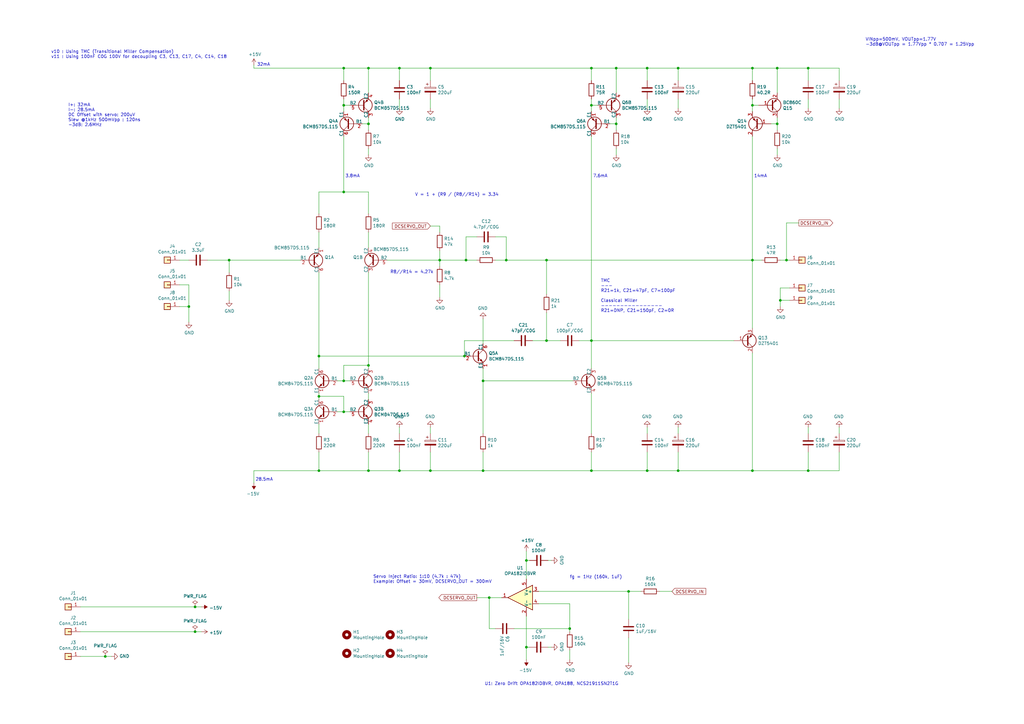
<source format=kicad_sch>
(kicad_sch (version 20231120) (generator "eeschema") (generator_version "8.0")
  (paper "A3")
  (title_block (title "Discrete Pre-Amp") (date "2024-08-11") (rev "V11 Servo"))
  (lib_symbols
    (symbol "Amplifier_Operational:OPA188xxDBV" (pin_names (offset 0.127))
      (property "Reference" "U" (at 0 5.08 0))
      (property "Value" "OPA188xxDBV" (at 0 -5.08 0))
      (symbol "OPA188xxDBV_0_1"
        (polyline (pts (xy -5.08 5.08) (xy 5.08 0) (xy -5.08 -5.08) (xy -5.08 5.08)) (stroke (width 0.254)) (fill (type background)))
        (pin power_in line (at -2.54 -7.62 90) (length 3.81) (name "V-") (number "2"))
        (pin power_in line (at -2.54 7.62 270) (length 3.81) (name "V+") (number "5"))
      )
      (symbol "OPA188xxDBV_1_1"
        (pin output line (at 7.62 0 180) (length 2.54) (name "~") (number "1"))
        (pin input line (at -7.62 2.54 0) (length 2.54) (name "+") (number "3"))
        (pin input line (at -7.62 -2.54 0) (length 2.54) (name "-") (number "4"))
      )
    )
    (symbol "Connector_Generic:Conn_01x01" (pin_names (offset 1.016) hide)
      (property "Reference" "J" (at 0 2.54 0))
      (property "Value" "Conn_01x01" (at 0 -2.54 0))
      (symbol "Conn_01x01_1_1"
        (rectangle (start -1.27 0.127) (end 0 -0.127) (stroke (width 0.1524)))
        (rectangle (start -1.27 1.27) (end 1.27 -1.27) (stroke (width 0.254)) (fill (type background)))
        (pin passive line (at -5.08 0 0) (length 3.81) (name "Pin_1") (number "1"))
      )
    )
    (symbol "Device:C" (pin_numbers hide) (pin_names (offset 0.254))
      (property "Reference" "C" (at 0.635 2.54 0))
      (property "Value" "C" (at 0.635 -2.54 0))
      (symbol "C_0_1"
        (polyline (pts (xy -2.032 -0.762) (xy 2.032 -0.762)) (stroke (width 0.508)))
        (polyline (pts (xy -2.032 0.762) (xy 2.032 0.762)) (stroke (width 0.508)))
      )
      (symbol "C_1_1"
        (pin passive line (at 0 3.81 270) (length 2.794) (name "~") (number "1"))
        (pin passive line (at 0 -3.81 90) (length 2.794) (name "~") (number "2"))
      )
    )
    (symbol "Device:C_Polarized" (pin_numbers hide) (pin_names (offset 0.254))
      (property "Reference" "C" (at 0.635 2.54 0))
      (property "Value" "C_Polarized" (at 0.635 -2.54 0))
      (symbol "C_Polarized_0_1"
        (rectangle (start -2.286 0.508) (end 2.286 1.016))
        (polyline (pts (xy -1.778 2.286) (xy -0.762 2.286)))
        (polyline (pts (xy -1.27 2.794) (xy -1.27 1.778)))
        (rectangle (start 2.286 -0.508) (end -2.286 -1.016) (fill (type outline)))
      )
      (symbol "C_Polarized_1_1"
        (pin passive line (at 0 3.81 270) (length 2.794) (name "~") (number "1"))
        (pin passive line (at 0 -3.81 90) (length 2.794) (name "~") (number "2"))
      )
    )
    (symbol "Device:R" (pin_numbers hide) (pin_names (offset 0))
      (property "Reference" "R" (at 2.032 0 90))
      (property "Value" "R" (at 0 0 90))
      (symbol "R_0_1"
        (rectangle (start -1.016 -2.54) (end 1.016 2.54) (stroke (width 0.254)))
      )
      (symbol "R_1_1"
        (pin passive line (at 0 3.81 270) (length 1.27) (name "~") (number "1"))
        (pin passive line (at 0 -3.81 90) (length 1.27) (name "~") (number "2"))
      )
    )
    (symbol "Mechanical:MountingHole" (pin_names (offset 1.016))
      (property "Reference" "H" (at 0 5.08 0))
      (property "Value" "MountingHole" (at 0 3.175 0))
      (symbol "MountingHole_0_1"
        (circle (center 0 0) (radius 1.27) (stroke (width 1.27)))
      )
    )
    (symbol "Transistor_BJT:BC860" (pin_names (offset 0) hide)
      (property "Reference" "Q" (at 5.08 1.905 0))
      (property "Value" "BC860" (at 5.08 0 0))
      (symbol "BC860_0_1"
        (polyline (pts (xy 0.635 0.635) (xy 2.54 2.54)))
        (polyline (pts (xy 0.635 -0.635) (xy 2.54 -2.54) (xy 2.54 -2.54)))
        (polyline (pts (xy 0.635 1.905) (xy 0.635 -1.905) (xy 0.635 -1.905)) (stroke (width 0.508)))
        (polyline (pts (xy 2.286 -1.778) (xy 1.778 -2.286) (xy 1.27 -1.27) (xy 2.286 -1.778) (xy 2.286 -1.778)) (fill (type outline)))
        (circle (center 1.27 0) (radius 2.8194) (stroke (width 0.254)))
      )
      (symbol "BC860_1_1"
        (pin input line (at -5.08 0 0) (length 5.715) (name "B") (number "1"))
        (pin passive line (at 2.54 -5.08 90) (length 2.54) (name "E") (number "2"))
        (pin passive line (at 2.54 5.08 270) (length 2.54) (name "C") (number "3"))
      )
    )
    (symbol "kicad-snk:BCM847DS,115" (pin_names (offset 0))
      (property "Reference" "Q" (at 5.08 1.27 0))
      (property "Value" "BCM847DS,115" (at 5.08 -1.27 0))
      (symbol "BCM847DS,115_0_1"
        (polyline (pts (xy 0.635 0) (xy -2.54 0)))
        (polyline (pts (xy 0.635 0.635) (xy 2.54 2.54)))
        (polyline (pts (xy 0.635 -0.635) (xy 2.54 -2.54) (xy 2.54 -2.54)))
        (polyline (pts (xy 0.635 1.905) (xy 0.635 -1.905) (xy 0.635 -1.905)) (stroke (width 0.508)))
        (polyline (pts (xy 1.27 -1.778) (xy 1.778 -1.27) (xy 2.286 -2.286) (xy 1.27 -1.778) (xy 1.27 -1.778)) (fill (type outline)))
        (circle (center 1.27 0) (radius 2.8194) (stroke (width 0.254)))
      )
      (symbol "BCM847DS,115_1_1"
        (pin passive line (at 2.54 -5.08 90) (length 2.54) (name "E1") (number "1"))
        (pin input line (at -5.08 0 0) (length 2.54) (name "B1") (number "2"))
        (pin passive line (at 2.54 5.08 270) (length 2.54) (name "C1") (number "6"))
      )
      (symbol "BCM847DS,115_2_1"
        (pin passive line (at 2.54 5.08 270) (length 2.54) (name "C2") (number "3"))
        (pin passive line (at 2.54 -5.08 90) (length 2.54) (name "E2") (number "4"))
        (pin input line (at -5.08 0 0) (length 2.54) (name "B2") (number "5"))
      )
    )
    (symbol "kicad-snk:BCM857DS,115" (pin_names (offset 0))
      (property "Reference" "Q" (at 5.08 1.27 0))
      (property "Value" "BCM857DS,115" (at 5.08 -1.27 0))
      (symbol "BCM857DS,115_0_1"
        (polyline (pts (xy 0.635 0) (xy -2.54 0)))
        (polyline (pts (xy 0.635 0.635) (xy 2.54 2.54)))
        (polyline (pts (xy 0.635 -0.635) (xy 2.54 -2.54) (xy 2.54 -2.54)))
        (polyline (pts (xy 0.635 1.905) (xy 0.635 -1.905) (xy 0.635 -1.905)) (stroke (width 0.508)))
        (polyline (pts (xy 2.286 -1.778) (xy 1.778 -2.286) (xy 1.27 -1.27) (xy 2.286 -1.778) (xy 2.286 -1.778)) (fill (type outline)))
        (circle (center 1.27 0) (radius 2.8194) (stroke (width 0.254)))
      )
      (symbol "BCM857DS,115_1_1"
        (pin passive line (at 2.54 -5.08 90) (length 2.54) (name "E1") (number "1"))
        (pin input line (at -5.08 0 0) (length 2.54) (name "B1") (number "2"))
        (pin passive line (at 2.54 5.08 270) (length 2.54) (name "C1") (number "6"))
      )
      (symbol "BCM857DS,115_2_1"
        (pin passive line (at 2.54 5.08 270) (length 2.54) (name "C2") (number "3"))
        (pin passive line (at 2.54 -5.08 90) (length 2.54) (name "E2") (number "4"))
        (pin input line (at -5.08 0 0) (length 2.54) (name "B2") (number "5"))
      )
    )
    (symbol "kicad-snk:DZT5401" (pin_names (offset 0) hide)
      (property "Reference" "Q" (at 5.08 1.905 0))
      (property "Value" "kicad-snk_DZT5401" (at 5.08 0 0))
      (symbol "DZT5401_0_1"
        (polyline (pts (xy 0.635 0.635) (xy 2.54 2.54)))
        (polyline (pts (xy 0.635 -0.635) (xy 2.54 -2.54) (xy 2.54 -2.54)))
        (polyline (pts (xy 0.635 1.905) (xy 0.635 -1.905) (xy 0.635 -1.905)) (stroke (width 0.508)))
        (polyline (pts (xy 2.286 -1.778) (xy 1.778 -2.286) (xy 1.27 -1.27) (xy 2.286 -1.778) (xy 2.286 -1.778)) (fill (type outline)))
        (circle (center 1.27 0) (radius 2.8194) (stroke (width 0.254)))
      )
      (symbol "DZT5401_1_1"
        (pin input line (at -5.08 0 0) (length 5.715) (name "B") (number "1"))
        (pin passive line (at 2.54 5.08 270) (length 2.54) (name "C") (number "2"))
        (pin passive line (at 2.54 -5.08 90) (length 2.54) (name "E") (number "3"))
      )
    )
    (symbol "power:+15V" (power) (pin_names (offset 0))
      (property "Value" "+15V" (at 0 3.556 0))
      (symbol "+15V_0_1"
        (polyline (pts (xy -0.762 1.27) (xy 0 2.54)))
        (polyline (pts (xy 0 0) (xy 0 2.54)))
        (polyline (pts (xy 0 2.54) (xy 0.762 1.27)))
      )
      (symbol "+15V_1_1"
        (pin power_in line (at 0 0 90) (length 0) hide (name "+15V") (number "1"))
      )
    )
    (symbol "power:-15V" (power) (pin_names (offset 0))
      (property "Value" "-15V" (at 0 3.81 0))
      (symbol "-15V_0_0"
        (pin power_in line (at 0 0 90) (length 0) hide (name "-15V") (number "1"))
      )
      (symbol "-15V_0_1"
        (polyline (pts (xy 0 0) (xy 0 1.27) (xy 0.762 1.27) (xy 0 2.54) (xy -0.762 1.27) (xy 0 1.27)) (fill (type outline)))
      )
    )
    (symbol "power:GND" (power) (pin_names (offset 0))
      (property "Value" "GND" (at 0 -3.81 0))
      (symbol "GND_0_1"
        (polyline (pts (xy 0 0) (xy 0 -1.27) (xy 1.27 -1.27) (xy 0 -2.54) (xy -1.27 -1.27) (xy 0 -1.27)))
      )
      (symbol "GND_1_1"
        (pin power_in line (at 0 0 270) (length 0) hide (name "GND") (number "1"))
      )
    )
    (symbol "power:PWR_FLAG" (power) (pin_numbers hide) (pin_names (offset 0) hide)
      (property "Value" "PWR_FLAG" (at 0 3.81 0))
      (symbol "PWR_FLAG_0_0"
        (pin power_out line (at 0 0 90) (length 0) (name "pwr") (number "1"))
      )
      (symbol "PWR_FLAG_0_1"
        (polyline (pts (xy 0 0) (xy 0 1.27) (xy -1.016 1.905) (xy 0 2.54) (xy 1.016 1.905) (xy 0 1.27)))
      )
    )
  )
  (junction (at 140.97 43.18))
  (junction (at 163.83 193.04))
  (junction (at 140.97 168.91))
  (junction (at 80.01 248.92))
  (junction (at 140.97 156.21))
  (junction (at 224.155 139.7))
  (junction (at 252.73 27.94))
  (junction (at 151.13 149.86))
  (junction (at 80.01 259.08))
  (junction (at 320.04 123.19))
  (junction (at 252.73 50.8))
  (junction (at 318.77 50.8))
  (junction (at 130.81 162.56))
  (junction (at 93.98 106.68))
  (junction (at 198.12 156.21))
  (junction (at 322.58 106.68))
  (junction (at 140.97 27.94))
  (junction (at 224.155 106.68))
  (junction (at 176.53 27.94))
  (junction (at 308.61 106.68))
  (junction (at 242.57 27.94))
  (junction (at 242.57 193.04))
  (junction (at 198.12 193.04))
  (junction (at 265.43 193.04))
  (junction (at 207.645 106.68))
  (junction (at 318.77 27.94))
  (junction (at 151.13 193.04))
  (junction (at 242.57 139.7))
  (junction (at 163.83 27.94))
  (junction (at 278.13 193.04))
  (junction (at 265.43 27.94))
  (junction (at 215.9 265.43))
  (junction (at 130.81 193.04))
  (junction (at 215.9 229.87))
  (junction (at 77.47 125.73))
  (junction (at 233.68 257.81))
  (junction (at 151.13 27.94))
  (junction (at 308.61 27.94))
  (junction (at 190.5 146.05))
  (junction (at 140.97 78.74))
  (junction (at 130.81 146.05))
  (junction (at 43.18 269.24))
  (junction (at 151.13 50.8))
  (junction (at 257.81 242.57))
  (junction (at 200.66 245.11))
  (junction (at 331.47 193.04))
  (junction (at 176.53 193.04))
  (junction (at 242.57 43.18))
  (junction (at 191.135 106.68))
  (junction (at 278.13 27.94))
  (junction (at 331.47 27.94))
  (junction (at 308.61 193.04))
  (junction (at 308.61 43.18))
  (junction (at 180.34 106.68))
  (wire (pts (xy 323.85 106.68) (xy 322.58 106.68)))
  (wire (pts (xy 33.02 259.08) (xy 80.01 259.08)))
  (wire (pts (xy 190.5 139.7) (xy 210.82 139.7)))
  (wire (pts (xy 77.47 116.84) (xy 77.47 125.73)))
  (wire (pts (xy 327.66 91.44) (xy 322.58 91.44)))
  (wire (pts (xy 237.49 139.7) (xy 242.57 139.7)))
  (wire (pts (xy 233.68 266.7) (xy 233.68 270.51)))
  (wire (pts (xy 278.13 177.8) (xy 278.13 175.26)))
  (wire (pts (xy 180.34 106.68) (xy 191.135 106.68)))
  (wire (pts (xy 203.2 257.81) (xy 200.66 257.81)))
  (wire (pts (xy 242.57 185.42) (xy 242.57 193.04)))
  (wire (pts (xy 163.83 27.94) (xy 176.53 27.94)))
  (wire (pts (xy 176.53 40.64) (xy 176.53 44.45)))
  (wire (pts (xy 130.81 193.04) (xy 130.81 185.42)))
  (wire (pts (xy 130.81 146.05) (xy 130.81 151.13)))
  (wire (pts (xy 308.61 55.88) (xy 308.61 106.68)))
  (wire (pts (xy 323.85 118.11) (xy 320.04 118.11)))
  (wire (pts (xy 252.73 60.96) (xy 252.73 63.5)))
  (wire (pts (xy 85.09 106.68) (xy 93.98 106.68)))
  (wire (pts (xy 198.12 151.13) (xy 198.12 156.21)))
  (wire (pts (xy 104.14 27.94) (xy 140.97 27.94)))
  (wire (pts (xy 265.43 193.04) (xy 265.43 185.42)))
  (wire (pts (xy 252.73 27.94) (xy 265.43 27.94)))
  (wire (pts (xy 73.66 125.73) (xy 77.47 125.73)))
  (wire (pts (xy 217.17 229.87) (xy 215.9 229.87)))
  (wire (pts (xy 233.68 259.08) (xy 233.68 257.81)))
  (wire (pts (xy 195.58 245.11) (xy 200.66 245.11)))
  (wire (pts (xy 242.57 27.94) (xy 242.57 33.02)))
  (wire (pts (xy 242.57 43.18) (xy 245.11 43.18)))
  (wire (pts (xy 278.13 33.02) (xy 278.13 27.94)))
  (wire (pts (xy 151.13 193.04) (xy 130.81 193.04)))
  (wire (pts (xy 224.155 128.27) (xy 224.155 139.7)))
  (wire (pts (xy 140.97 78.74) (xy 130.81 78.74)))
  (wire (pts (xy 242.57 27.94) (xy 252.73 27.94)))
  (wire (pts (xy 224.155 106.68) (xy 224.155 120.65)))
  (wire (pts (xy 318.77 27.94) (xy 318.77 38.1)))
  (wire (pts (xy 138.43 168.91) (xy 140.97 168.91)))
  (wire (pts (xy 151.13 78.74) (xy 140.97 78.74)))
  (wire (pts (xy 270.51 242.57) (xy 275.59 242.57)))
  (wire (pts (xy 265.43 27.94) (xy 278.13 27.94)))
  (wire (pts (xy 130.81 177.8) (xy 130.81 173.99)))
  (wire (pts (xy 220.98 242.57) (xy 257.81 242.57)))
  (wire (pts (xy 318.77 27.94) (xy 331.47 27.94)))
  (wire (pts (xy 218.44 139.7) (xy 224.155 139.7)))
  (wire (pts (xy 140.97 27.94) (xy 151.13 27.94)))
  (wire (pts (xy 138.43 156.21) (xy 140.97 156.21)))
  (wire (pts (xy 151.13 27.94) (xy 151.13 38.1)))
  (wire (pts (xy 210.82 257.81) (xy 233.68 257.81)))
  (wire (pts (xy 265.43 177.8) (xy 265.43 175.26)))
  (wire (pts (xy 140.97 156.21) (xy 143.51 156.21)))
  (wire (pts (xy 104.14 198.12) (xy 104.14 193.04)))
  (wire (pts (xy 318.77 60.96) (xy 318.77 63.5)))
  (wire (pts (xy 140.97 43.18) (xy 140.97 45.72)))
  (wire (pts (xy 73.66 106.68) (xy 77.47 106.68)))
  (wire (pts (xy 151.13 87.63) (xy 151.13 78.74)))
  (wire (pts (xy 316.23 50.8) (xy 318.77 50.8)))
  (wire (pts (xy 308.61 27.94) (xy 308.61 33.02)))
  (wire (pts (xy 158.75 106.68) (xy 180.34 106.68)))
  (wire (pts (xy 77.47 116.84) (xy 73.66 116.84)))
  (wire (pts (xy 140.97 43.18) (xy 143.51 43.18)))
  (wire (pts (xy 151.13 161.29) (xy 151.13 163.83)))
  (wire (pts (xy 163.83 193.04) (xy 176.53 193.04)))
  (wire (pts (xy 252.73 48.26) (xy 252.73 50.8)))
  (wire (pts (xy 331.47 177.8) (xy 331.47 175.26)))
  (wire (pts (xy 242.57 193.04) (xy 265.43 193.04)))
  (wire (pts (xy 130.81 162.56) (xy 140.97 162.56)))
  (wire (pts (xy 331.47 193.04) (xy 331.47 185.42)))
  (wire (pts (xy 191.135 97.155) (xy 195.58 97.155)))
  (wire (pts (xy 151.13 27.94) (xy 163.83 27.94)))
  (wire (pts (xy 242.57 151.13) (xy 242.57 139.7)))
  (wire (pts (xy 198.12 140.97) (xy 198.12 130.81)))
  (wire (pts (xy 176.53 193.04) (xy 176.53 185.42)))
  (wire (pts (xy 308.61 106.68) (xy 308.61 134.62)))
  (wire (pts (xy 215.9 265.43) (xy 215.9 270.51)))
  (wire (pts (xy 207.645 106.68) (xy 224.155 106.68)))
  (wire (pts (xy 93.98 123.19) (xy 93.98 119.38)))
  (wire (pts (xy 151.13 149.86) (xy 151.13 151.13)))
  (wire (pts (xy 344.17 177.8) (xy 344.17 175.26)))
  (wire (pts (xy 344.17 40.64) (xy 344.17 44.45)))
  (wire (pts (xy 200.66 257.81) (xy 200.66 245.11)))
  (wire (pts (xy 151.13 193.04) (xy 163.83 193.04)))
  (wire (pts (xy 322.58 91.44) (xy 322.58 106.68)))
  (wire (pts (xy 252.73 50.8) (xy 252.73 53.34)))
  (wire (pts (xy 180.34 109.22) (xy 180.34 106.68)))
  (wire (pts (xy 163.83 33.02) (xy 163.83 27.94)))
  (wire (pts (xy 130.81 78.74) (xy 130.81 87.63)))
  (wire (pts (xy 250.19 50.8) (xy 252.73 50.8)))
  (wire (pts (xy 308.61 193.04) (xy 331.47 193.04)))
  (wire (pts (xy 242.57 139.7) (xy 300.99 139.7)))
  (wire (pts (xy 344.17 27.94) (xy 331.47 27.94)))
  (wire (pts (xy 215.9 252.73) (xy 215.9 265.43)))
  (wire (pts (xy 278.13 193.04) (xy 265.43 193.04)))
  (wire (pts (xy 163.83 177.8) (xy 163.83 175.26)))
  (wire (pts (xy 140.97 40.64) (xy 140.97 43.18)))
  (wire (pts (xy 226.06 265.43) (xy 224.79 265.43)))
  (wire (pts (xy 226.06 229.87) (xy 224.79 229.87)))
  (wire (pts (xy 93.98 106.68) (xy 123.19 106.68)))
  (wire (pts (xy 265.43 33.02) (xy 265.43 27.94)))
  (wire (pts (xy 151.13 111.76) (xy 151.13 149.86)))
  (wire (pts (xy 242.57 43.18) (xy 242.57 45.72)))
  (wire (pts (xy 203.2 97.155) (xy 207.645 97.155)))
  (wire (pts (xy 180.34 95.25) (xy 180.34 92.71)))
  (wire (pts (xy 242.57 161.29) (xy 242.57 177.8)))
  (wire (pts (xy 331.47 33.02) (xy 331.47 27.94)))
  (wire (pts (xy 176.53 27.94) (xy 242.57 27.94)))
  (wire (pts (xy 278.13 40.64) (xy 278.13 44.45)))
  (wire (pts (xy 312.42 106.68) (xy 308.61 106.68)))
  (wire (pts (xy 318.77 48.26) (xy 318.77 50.8)))
  (wire (pts (xy 198.12 156.21) (xy 198.12 177.8)))
  (wire (pts (xy 180.34 116.84) (xy 180.34 121.92)))
  (wire (pts (xy 344.17 33.02) (xy 344.17 27.94)))
  (wire (pts (xy 224.155 106.68) (xy 308.61 106.68)))
  (wire (pts (xy 198.12 185.42) (xy 198.12 193.04)))
  (wire (pts (xy 198.12 156.21) (xy 234.95 156.21)))
  (wire (pts (xy 318.77 50.8) (xy 318.77 53.34)))
  (wire (pts (xy 140.97 162.56) (xy 140.97 168.91)))
  (wire (pts (xy 278.13 193.04) (xy 278.13 185.42)))
  (wire (pts (xy 323.85 123.19) (xy 320.04 123.19)))
  (wire (pts (xy 191.135 106.68) (xy 195.58 106.68)))
  (wire (pts (xy 180.34 102.87) (xy 180.34 106.68)))
  (wire (pts (xy 140.97 27.94) (xy 140.97 33.02)))
  (wire (pts (xy 308.61 40.64) (xy 308.61 43.18)))
  (wire (pts (xy 163.83 193.04) (xy 163.83 185.42)))
  (wire (pts (xy 180.34 92.71) (xy 176.53 92.71)))
  (wire (pts (xy 207.645 97.155) (xy 207.645 106.68)))
  (wire (pts (xy 43.18 269.24) (xy 45.72 269.24)))
  (wire (pts (xy 308.61 144.78) (xy 308.61 193.04)))
  (wire (pts (xy 151.13 101.6) (xy 151.13 95.25)))
  (wire (pts (xy 77.47 125.73) (xy 77.47 132.08)))
  (wire (pts (xy 130.81 101.6) (xy 130.81 95.25)))
  (wire (pts (xy 151.13 185.42) (xy 151.13 193.04)))
  (wire (pts (xy 344.17 193.04) (xy 331.47 193.04)))
  (wire (pts (xy 176.53 177.8) (xy 176.53 175.26)))
  (wire (pts (xy 233.68 257.81) (xy 233.68 247.65)))
  (wire (pts (xy 344.17 193.04) (xy 344.17 185.42)))
  (wire (pts (xy 104.14 27.94) (xy 104.14 26.67)))
  (wire (pts (xy 130.81 111.76) (xy 130.81 146.05)))
  (wire (pts (xy 151.13 50.8) (xy 151.13 53.34)))
  (wire (pts (xy 130.81 162.56) (xy 130.81 163.83)))
  (wire (pts (xy 224.155 139.7) (xy 229.87 139.7)))
  (wire (pts (xy 242.57 55.88) (xy 242.57 139.7)))
  (wire (pts (xy 80.01 259.08) (xy 82.55 259.08)))
  (wire (pts (xy 278.13 27.94) (xy 308.61 27.94)))
  (wire (pts (xy 191.135 97.155) (xy 191.135 106.68)))
  (wire (pts (xy 257.81 254) (xy 257.81 242.57)))
  (wire (pts (xy 331.47 44.45) (xy 331.47 40.64)))
  (wire (pts (xy 215.9 226.06) (xy 215.9 229.87)))
  (wire (pts (xy 93.98 111.76) (xy 93.98 106.68)))
  (wire (pts (xy 130.81 146.05) (xy 190.5 146.05)))
  (wire (pts (xy 33.02 269.24) (xy 43.18 269.24)))
  (wire (pts (xy 130.81 161.29) (xy 130.81 162.56)))
  (wire (pts (xy 233.68 247.65) (xy 220.98 247.65)))
  (wire (pts (xy 308.61 27.94) (xy 318.77 27.94)))
  (wire (pts (xy 163.83 44.45) (xy 163.83 40.64)))
  (wire (pts (xy 217.17 265.43) (xy 215.9 265.43)))
  (wire (pts (xy 203.2 106.68) (xy 207.645 106.68)))
  (wire (pts (xy 190.5 139.7) (xy 190.5 146.05)))
  (wire (pts (xy 257.81 242.57) (xy 262.89 242.57)))
  (wire (pts (xy 320.04 118.11) (xy 320.04 123.19)))
  (wire (pts (xy 151.13 48.26) (xy 151.13 50.8)))
  (wire (pts (xy 140.97 55.88) (xy 140.97 78.74)))
  (wire (pts (xy 278.13 193.04) (xy 308.61 193.04)))
  (wire (pts (xy 242.57 40.64) (xy 242.57 43.18)))
  (wire (pts (xy 140.97 156.21) (xy 140.97 149.86)))
  (wire (pts (xy 151.13 177.8) (xy 151.13 173.99)))
  (wire (pts (xy 252.73 27.94) (xy 252.73 38.1)))
  (wire (pts (xy 215.9 229.87) (xy 215.9 237.49)))
  (wire (pts (xy 33.02 248.92) (xy 80.01 248.92)))
  (wire (pts (xy 140.97 149.86) (xy 151.13 149.86)))
  (wire (pts (xy 176.53 193.04) (xy 198.12 193.04)))
  (wire (pts (xy 308.61 43.18) (xy 308.61 45.72)))
  (wire (pts (xy 265.43 44.45) (xy 265.43 40.64)))
  (wire (pts (xy 140.97 168.91) (xy 143.51 168.91)))
  (wire (pts (xy 322.58 106.68) (xy 320.04 106.68)))
  (wire (pts (xy 320.04 123.19) (xy 320.04 125.73)))
  (wire (pts (xy 200.66 245.11) (xy 205.74 245.11)))
  (wire (pts (xy 198.12 193.04) (xy 242.57 193.04)))
  (wire (pts (xy 308.61 43.18) (xy 311.15 43.18)))
  (wire (pts (xy 80.01 248.92) (xy 82.55 248.92)))
  (wire (pts (xy 176.53 33.02) (xy 176.53 27.94)))
  (wire (pts (xy 104.14 193.04) (xy 130.81 193.04)))
  (wire (pts (xy 257.81 271.78) (xy 257.81 261.62)))
  (wire (pts (xy 151.13 60.96) (xy 151.13 63.5)))
  (wire (pts (xy 148.59 50.8) (xy 151.13 50.8)))
  (text "V = 1 + (R9 / (R8//R14) = 3.34" (at 170.18 80.645 0) (effects (font (size 1.27 1.27)) (justify left bottom)))
  (text "U1: Zero Drift OPA182IDBVR, OPA188, NCS21911SN2T1G" (at 198.755 281.305 0) (effects (font (size 1.27 1.27)) (justify left bottom)))
  (text "I+: 32mA\nI-: 28.5mA\nDC Offset with servo: 200uV\nSlew @1kHz 500mVpp : 120ns\n-3dB: 2.6MHz" (at 27.94 52.07 0) (effects (font (size 1.27 1.27)) (justify left bottom)))
  (text "32mA" (at 105.41 27.305 0) (effects (font (size 1.27 1.27)) (justify left bottom)))
  (text "R8//R14 = 4.27k" (at 160.02 112.395 0) (effects (font (size 1.27 1.27)) (justify left bottom)))
  (text "TMC\n---\nR21=1k, C21=47pF, C7=100pF\n\nClassical Miller\n----------------\nR21=DNP, C21=150pF, C2=0R" (at 246.38 128.27 0) (effects (font (size 1.27 1.27)) (justify left bottom)))
  (text "3.8mA" (at 141.605 73.025 0) (effects (font (size 1.27 1.27)) (justify left bottom)))
  (text "Servo Inject Ratio: 1:10 (4.7k : 47k)\nExample: Offset = 30mV, DCSERVO_OUT = 300mV" (at 153.035 239.395 0) (effects (font (size 1.27 1.27)) (justify left bottom)))
  (text "14mA" (at 309.245 73.025 0) (effects (font (size 1.27 1.27)) (justify left bottom)))
  (text "v10 : Using TMC (Transitional Miller Compensation)\nv11 : Using 100nF C0G 100V for decoupling C3, C13, C17, C4, C14, C18\n" (at 20.955 24.13 0) (effects (font (size 1.27 1.27)) (justify left bottom)))
  (text "28.5mA" (at 104.775 197.485 0) (effects (font (size 1.27 1.27)) (justify left bottom)))
  (text "fg = 1Hz (160k, 1uF)" (at 233.68 237.49 0) (effects (font (size 1.27 1.27)) (justify left bottom)))
  (text "VINpp=500mV, VOUTpp=1.77V\n-3dB@VOUTpp = 1.77Vpp * 0.707 = 1.25Vpp" (at 354.965 19.05 0) (effects (font (size 1.27 1.27)) (justify left bottom)))
  (text "7.6mA" (at 243.205 73.025 0) (effects (font (size 1.27 1.27)) (justify left bottom)))
  (global_label "DCSERVO_IN" (shape output) (at 327.66 91.44 0) (property "Intersheetrefs" "${INTERSHEET_REFS}" (effects (hide yes))))
  (global_label "DCSERVO_IN" (shape input) (at 275.59 242.57 0) (property "Intersheetrefs" "${INTERSHEET_REFS}" (effects (hide yes))))
  (global_label "DCSERVO_OUT" (shape output) (at 195.58 245.11 180) (property "Intersheetrefs" "${INTERSHEET_REFS}" (effects (hide yes))))
  (global_label "DCSERVO_OUT" (shape input) (at 176.53 92.71 180) (property "Intersheetrefs" "${INTERSHEET_REFS}" (effects (hide yes))))
  (symbol (lib_id "Device:R") (at 151.13 181.61 0) (unit 1)
    (property "Reference" "R6" (at 152.908 180.4416 0) (effects (justify left)))
    (property "Value" "220R" (at 152.908 182.753 0) (effects (justify left)))
    (property "Footprint" "Resistor_SMD:R_0805_2012Metric_Pad1.20x1.40mm_HandSolder" (effects (hide yes)))
  )
  (symbol (lib_id "Device:C") (at 81.28 106.68 270) (unit 1)
    (property "Reference" "C2" (at 81.28 100.2792 90))
    (property "Value" "3.3uF" (at 81.28 102.5906 90))
    (property "Footprint" "Capacitor_THT:C_Rect_L7.2mm_W7.2mm_P5.00mm_FKS2_FKP2_MKS2_MKP2" (effects (hide yes)))
  )
  (symbol (lib_id "power:GND") (at 93.98 123.19 0) (unit 1)
    (property "Reference" "#PWR09" (effects (hide yes)))
    (property "Value" "GND" (at 94.107 127.5842 0))
  )
  (symbol (lib_id "Device:R") (at 130.81 181.61 0) (unit 1)
    (property "Reference" "R3" (at 132.588 180.4416 0) (effects (justify left)))
    (property "Value" "220R" (at 132.588 182.753 0) (effects (justify left)))
    (property "Footprint" "Resistor_SMD:R_0805_2012Metric_Pad1.20x1.40mm_HandSolder" (effects (hide yes)))
  )
  (symbol (lib_id "Device:R") (at 93.98 115.57 0) (unit 1)
    (property "Reference" "R1" (at 95.758 114.4016 0) (effects (justify left)))
    (property "Value" "10k" (at 95.758 116.713 0) (effects (justify left)))
    (property "Footprint" "Resistor_SMD:R_0805_2012Metric_Pad1.20x1.40mm_HandSolder" (effects (hide yes)))
  )
  (symbol (lib_id "Device:R") (at 180.34 113.03 0) (unit 1)
    (property "Reference" "R8" (at 182.118 111.8616 0) (effects (justify left)))
    (property "Value" "4.7k" (at 182.118 114.173 0) (effects (justify left)))
    (property "Footprint" "Resistor_SMD:R_0805_2012Metric_Pad1.20x1.40mm_HandSolder" (effects (hide yes)))
  )
  (symbol (lib_id "Device:R") (at 199.39 106.68 270) (unit 1)
    (property "Reference" "R9" (at 199.39 101.4222 90))
    (property "Value" "10k" (at 199.39 103.7336 90))
    (property "Footprint" "Resistor_SMD:R_0805_2012Metric_Pad1.20x1.40mm_HandSolder" (effects (hide yes)))
  )
  (symbol (lib_id "Device:R") (at 130.81 91.44 0) (unit 1)
    (property "Reference" "R2" (at 132.588 90.2716 0) (effects (justify left)))
    (property "Value" "180R" (at 132.588 92.583 0) (effects (justify left)))
    (property "Footprint" "Resistor_SMD:R_0805_2012Metric_Pad1.20x1.40mm_HandSolder" (effects (hide yes)))
  )
  (symbol (lib_id "Device:R") (at 151.13 91.44 0) (unit 1)
    (property "Reference" "R5" (at 152.908 90.2716 0) (effects (justify left)))
    (property "Value" "180R" (at 152.908 92.583 0) (effects (justify left)))
    (property "Footprint" "Resistor_SMD:R_0805_2012Metric_Pad1.20x1.40mm_HandSolder" (effects (hide yes)))
  )
  (symbol (lib_id "Device:R") (at 242.57 36.83 0) (unit 1)
    (property "Reference" "R11" (at 244.348 35.6616 0) (effects (justify left)))
    (property "Value" "75R" (at 244.348 37.973 0) (effects (justify left)))
    (property "Footprint" "Resistor_SMD:R_0805_2012Metric_Pad1.20x1.40mm_HandSolder" (effects (hide yes)))
  )
  (symbol (lib_id "Device:R") (at 198.12 181.61 0) (unit 1)
    (property "Reference" "R10" (at 199.898 180.4416 0) (effects (justify left)))
    (property "Value" "1k" (at 199.898 182.753 0) (effects (justify left)))
    (property "Footprint" "Resistor_SMD:R_0805_2012Metric_Pad1.20x1.40mm_HandSolder" (effects (hide yes)))
  )
  (symbol (lib_id "power:GND") (at 180.34 121.92 0) (unit 1)
    (property "Reference" "#PWR013" (effects (hide yes)))
    (property "Value" "GND" (at 180.467 126.3142 0))
  )
  (symbol (lib_id "Device:C") (at 233.68 139.7 270) (unit 1)
    (property "Reference" "C7" (at 233.68 133.2992 90))
    (property "Value" "100pF/C0G" (at 233.68 135.6106 90))
    (property "Footprint" "Capacitor_SMD:C_0805_2012Metric_Pad1.18x1.45mm_HandSolder" (effects (hide yes)))
  )
  (symbol (lib_id "power:GND") (at 198.12 130.81 180) (unit 1)
    (property "Reference" "#PWR014" (effects (hide yes)))
    (property "Value" "GND" (at 197.993 126.4158 0))
  )
  (symbol (lib_id "power:GND") (at 77.47 132.08 0) (unit 1)
    (property "Reference" "#PWR04" (effects (hide yes)))
    (property "Value" "GND" (at 77.597 136.4742 0))
  )
  (symbol (lib_id "Mechanical:MountingHole") (at 142.24 260.35 0) (unit 1)
    (property "Reference" "H1" (at 144.78 259.1816 0) (effects (justify left)))
    (property "Value" "MountingHole" (at 144.78 261.493 0) (effects (justify left)))
    (property "Footprint" "MountingHole:MountingHole_3.2mm_M3_Pad_Via" (effects (hide yes)))
  )
  (symbol (lib_id "Mechanical:MountingHole") (at 160.02 260.35 0) (unit 1)
    (property "Reference" "H3" (at 162.56 259.1816 0) (effects (justify left)))
    (property "Value" "MountingHole" (at 162.56 261.493 0) (effects (justify left)))
    (property "Footprint" "MountingHole:MountingHole_3.2mm_M3_Pad_Via" (effects (hide yes)))
  )
  (symbol (lib_id "Mechanical:MountingHole") (at 142.24 267.97 0) (unit 1)
    (property "Reference" "H2" (at 144.78 266.8016 0) (effects (justify left)))
    (property "Value" "MountingHole" (at 144.78 269.113 0) (effects (justify left)))
    (property "Footprint" "MountingHole:MountingHole_3.2mm_M3_Pad_Via" (effects (hide yes)))
  )
  (symbol (lib_id "Mechanical:MountingHole") (at 160.02 267.97 0) (unit 1)
    (property "Reference" "H4" (at 162.56 266.8016 0) (effects (justify left)))
    (property "Value" "MountingHole" (at 162.56 269.113 0) (effects (justify left)))
    (property "Footprint" "MountingHole:MountingHole_3.2mm_M3_Pad_Via" (effects (hide yes)))
  )
  (symbol (lib_id "Connector_Generic:Conn_01x01") (at 68.58 106.68 180) (unit 1)
    (property "Reference" "J4" (at 70.6628 100.965 0))
    (property "Value" "Conn_01x01" (at 70.6628 103.2764 0))
    (property "Footprint" "Connector_Pin:Pin_D1.0mm_L10.0mm" (effects (hide yes)))
  )
  (symbol (lib_id "Connector_Generic:Conn_01x01") (at 68.58 116.84 180) (unit 1)
    (property "Reference" "J5" (at 70.6628 111.125 0))
    (property "Value" "Conn_01x01" (at 70.6628 113.4364 0))
    (property "Footprint" "Connector_Pin:Pin_D1.0mm_L10.0mm" (effects (hide yes)))
  )
  (symbol (lib_id "power:+15V") (at 104.14 26.67 0) (unit 1)
    (property "Reference" "#PWR05" (effects (hide yes)))
    (property "Value" "+15V" (at 104.521 22.2758 0))
  )
  (symbol (lib_id "power:-15V") (at 104.14 198.12 180) (unit 1)
    (property "Reference" "#PWR08" (effects (hide yes)))
    (property "Value" "-15V" (at 103.759 202.5142 0))
  )
  (symbol (lib_id "Connector_Generic:Conn_01x01") (at 328.93 106.68 0) (unit 1)
    (property "Reference" "J6" (at 330.962 105.6132 0) (effects (justify left)))
    (property "Value" "Conn_01x01" (at 330.962 107.9246 0) (effects (justify left)))
    (property "Footprint" "Connector_Pin:Pin_D1.0mm_L10.0mm" (effects (hide yes)))
  )
  (symbol (lib_id "Connector_Generic:Conn_01x01") (at 328.93 118.11 0) (unit 1)
    (property "Reference" "J7" (at 330.962 117.0432 0) (effects (justify left)))
    (property "Value" "Conn_01x01" (at 330.962 119.3546 0) (effects (justify left)))
    (property "Footprint" "Connector_Pin:Pin_D1.0mm_L10.0mm" (effects (hide yes)))
  )
  (symbol (lib_id "Device:R") (at 316.23 106.68 270) (unit 1)
    (property "Reference" "R13" (at 316.23 101.4222 90))
    (property "Value" "47R" (at 316.23 103.7336 90))
    (property "Footprint" "Resistor_SMD:R_0805_2012Metric_Pad1.20x1.40mm_HandSolder" (effects (hide yes)))
  )
  (symbol (lib_id "power:GND") (at 320.04 125.73 0) (unit 1)
    (property "Reference" "#PWR015" (effects (hide yes)))
    (property "Value" "GND" (at 320.167 130.1242 0))
  )
  (symbol (lib_id "Connector_Generic:Conn_01x01") (at 27.94 259.08 180) (unit 1)
    (property "Reference" "J2" (at 30.0228 253.365 0))
    (property "Value" "Conn_01x01" (at 30.0228 255.6764 0))
    (property "Footprint" "Connector_Pin:Pin_D1.0mm_L10.0mm" (effects (hide yes)))
  )
  (symbol (lib_id "Connector_Generic:Conn_01x01") (at 27.94 269.24 180) (unit 1)
    (property "Reference" "J3" (at 30.0228 263.525 0))
    (property "Value" "Conn_01x01" (at 30.0228 265.8364 0))
    (property "Footprint" "Connector_Pin:Pin_D1.0mm_L10.0mm" (effects (hide yes)))
  )
  (symbol (lib_id "Connector_Generic:Conn_01x01") (at 27.94 248.92 180) (unit 1)
    (property "Reference" "J1" (at 30.0228 243.205 0))
    (property "Value" "Conn_01x01" (at 30.0228 245.5164 0))
    (property "Footprint" "Connector_Pin:Pin_D1.0mm_L10.0mm" (effects (hide yes)))
  )
  (symbol (lib_id "power:GND") (at 45.72 269.24 90) (unit 1)
    (property "Reference" "#PWR0101" (effects (hide yes)))
    (property "Value" "GND" (at 48.9712 269.113 90) (effects (justify right)))
  )
  (symbol (lib_id "power:+15V") (at 82.55 259.08 270) (unit 1)
    (property "Reference" "#PWR0102" (effects (hide yes)))
    (property "Value" "+15V" (at 85.8012 259.461 90) (effects (justify left)))
  )
  (symbol (lib_id "power:-15V") (at 82.55 248.92 270) (unit 1)
    (property "Reference" "#PWR0103" (effects (hide yes)))
    (property "Value" "-15V" (at 85.8012 249.301 90) (effects (justify left)))
  )
  (symbol (lib_id "power:PWR_FLAG") (at 43.18 269.24 0) (unit 1)
    (property "Reference" "#FLG0101" (effects (hide yes)))
    (property "Value" "PWR_FLAG" (at 43.18 264.8458 0))
  )
  (symbol (lib_id "power:PWR_FLAG") (at 80.01 248.92 0) (unit 1)
    (property "Reference" "#FLG0102" (effects (hide yes)))
    (property "Value" "PWR_FLAG" (at 80.01 244.5258 0))
  )
  (symbol (lib_id "power:PWR_FLAG") (at 80.01 259.08 0) (unit 1)
    (property "Reference" "#FLG0103" (effects (hide yes)))
    (property "Value" "PWR_FLAG" (at 80.01 254.6858 0))
  )
  (symbol (lib_id "Device:R") (at 266.7 242.57 270) (unit 1)
    (property "Reference" "R16" (at 266.7 237.3122 90))
    (property "Value" "160k" (at 266.7 239.6236 90))
    (property "Footprint" "Resistor_SMD:R_0805_2012Metric_Pad1.20x1.40mm_HandSolder" (effects (hide yes)))
  )
  (symbol (lib_id "Device:C") (at 257.81 257.81 180) (unit 1)
    (property "Reference" "C10" (at 260.731 256.6416 0) (effects (justify right)))
    (property "Value" "1uF/16V" (at 260.731 258.953 0) (effects (justify right)))
    (property "Footprint" "Capacitor_SMD:C_1210_3225Metric_Pad1.33x2.70mm_HandSolder" (effects (hide yes)))
  )
  (symbol (lib_id "Device:R") (at 233.68 262.89 0) (unit 1)
    (property "Reference" "R15" (at 235.458 261.7216 0) (effects (justify left)))
    (property "Value" "160k" (at 235.458 264.033 0) (effects (justify left)))
    (property "Footprint" "Resistor_SMD:R_0805_2012Metric_Pad1.20x1.40mm_HandSolder" (effects (hide yes)))
  )
  (symbol (lib_id "Device:C") (at 207.01 257.81 90) (unit 1)
    (property "Reference" "C6" (at 208.1784 260.731 0) (effects (justify right)))
    (property "Value" "1uF/16V" (at 205.867 260.731 0) (effects (justify right)))
    (property "Footprint" "Capacitor_SMD:C_1210_3225Metric_Pad1.33x2.70mm_HandSolder" (effects (hide yes)))
  )
  (symbol (lib_id "Device:C") (at 220.98 229.87 270) (unit 1)
    (property "Reference" "C8" (at 220.98 223.4692 90))
    (property "Value" "100nF" (at 220.98 225.7806 90))
    (property "Footprint" "Capacitor_SMD:C_0603_1608Metric_Pad1.08x0.95mm_HandSolder" (effects (hide yes)))
  )
  (symbol (lib_id "power:+15V") (at 215.9 226.06 0) (unit 1)
    (property "Reference" "#PWR0104" (effects (hide yes)))
    (property "Value" "+15V" (at 216.281 221.6658 0))
  )
  (symbol (lib_id "power:-15V") (at 215.9 270.51 180) (unit 1)
    (property "Reference" "#PWR0105" (effects (hide yes)))
    (property "Value" "-15V" (at 215.519 274.9042 0))
  )
  (symbol (lib_id "Device:C") (at 220.98 265.43 270) (unit 1)
    (property "Reference" "C9" (at 220.98 259.0292 90))
    (property "Value" "100nF" (at 220.98 261.3406 90))
    (property "Footprint" "Capacitor_SMD:C_0603_1608Metric_Pad1.08x0.95mm_HandSolder" (effects (hide yes)))
  )
  (symbol (lib_id "power:GND") (at 226.06 265.43 90) (unit 1)
    (property "Reference" "#PWR0106" (effects (hide yes)))
    (property "Value" "GND" (at 230.4542 265.303 0))
  )
  (symbol (lib_id "power:GND") (at 233.68 270.51 0) (unit 1)
    (property "Reference" "#PWR0107" (effects (hide yes)))
    (property "Value" "GND" (at 233.807 274.9042 0))
  )
  (symbol (lib_id "power:GND") (at 257.81 271.78 0) (unit 1)
    (property "Reference" "#PWR0108" (effects (hide yes)))
    (property "Value" "GND" (at 257.937 276.1742 0))
  )
  (symbol (lib_id "Amplifier_Operational:OPA188xxDBV") (at 213.36 245.11 0) (mirror y) (unit 1)
    (property "Reference" "U1" (at 213.36 232.8926 0))
    (property "Value" "OPA182IDBVR" (at 213.36 235.204 0))
    (property "Footprint" "Package_TO_SOT_SMD:TSOT-23-5" (effects (hide yes)))
    (property "Datasheet" "http://www.ti.com/lit/ds/symlink/opa188.pdf" (effects (hide yes)))
  )
  (symbol (lib_id "power:GND") (at 226.06 229.87 90) (unit 1)
    (property "Reference" "#PWR0109" (effects (hide yes)))
    (property "Value" "GND" (at 230.4542 229.743 0))
  )
  (symbol (lib_id "Device:R") (at 180.34 99.06 0) (unit 1)
    (property "Reference" "R14" (at 182.118 97.8916 0) (effects (justify left)))
    (property "Value" "47k" (at 182.118 100.203 0) (effects (justify left)))
    (property "Footprint" "Resistor_SMD:R_0805_2012Metric_Pad1.20x1.40mm_HandSolder" (effects (hide yes)))
  )
  (symbol (lib_id "Device:R") (at 140.97 36.83 0) (unit 1)
    (property "Reference" "R4" (at 142.748 35.6616 0) (effects (justify left)))
    (property "Value" "150R" (at 142.748 37.973 0) (effects (justify left)))
    (property "Footprint" "Resistor_SMD:R_0805_2012Metric_Pad1.20x1.40mm_HandSolder" (effects (hide yes)))
  )
  (symbol (lib_id "Device:R") (at 151.13 57.15 0) (unit 1)
    (property "Reference" "R7" (at 152.908 55.9816 0) (effects (justify left)))
    (property "Value" "10k" (at 152.908 58.293 0) (effects (justify left)))
    (property "Footprint" "Resistor_SMD:R_0805_2012Metric_Pad1.20x1.40mm_HandSolder" (effects (hide yes)))
  )
  (symbol (lib_id "power:GND") (at 151.13 63.5 0) (unit 1)
    (property "Reference" "#PWR0110" (effects (hide yes)))
    (property "Value" "GND" (at 151.257 67.8942 0))
  )
  (symbol (lib_id "power:GND") (at 278.13 175.26 180) (unit 1)
    (property "Reference" "#PWR0116" (effects (hide yes)))
    (property "Value" "GND" (at 278.003 170.8658 0))
  )
  (symbol (lib_id "Device:C") (at 265.43 181.61 180) (unit 1)
    (property "Reference" "C14" (at 268.351 180.4416 0) (effects (justify right)))
    (property "Value" "100nF" (at 268.351 182.753 0) (effects (justify right)))
    (property "Footprint" "Capacitor_SMD:C_1206_3216Metric_Pad1.33x1.80mm_HandSolder" (effects (hide yes)))
  )
  (symbol (lib_id "Device:C") (at 163.83 181.61 180) (unit 1)
    (property "Reference" "C4" (at 166.751 180.4416 0) (effects (justify right)))
    (property "Value" "100nF" (at 166.751 182.753 0) (effects (justify right)))
    (property "Footprint" "Capacitor_SMD:C_1206_3216Metric_Pad1.33x1.80mm_HandSolder" (effects (hide yes)))
  )
  (symbol (lib_id "kicad-snk:DZT5401") (at 306.07 139.7 0) (mirror x) (unit 1)
    (property "Reference" "Q13" (at 310.896 138.5316 0) (effects (justify left)))
    (property "Value" "DZT5401" (at 310.896 140.843 0) (effects (justify left)))
    (property "Footprint" "Package_TO_SOT_SMD:SOT-223-3_TabPin2" (effects (hide yes)))
    (property "Datasheet" "https://www.diodes.com/assets/Datasheets/DZT5401.pdf" (effects (hide yes)))
  )
  (symbol (lib_id "power:GND") (at 163.83 44.45 0) (unit 1)
    (property "Reference" "#PWR0120" (effects (hide yes)))
    (property "Value" "GND" (at 163.957 48.8442 0))
  )
  (symbol (lib_id "kicad-snk:BCM857DS,115") (at 143.51 50.8 180) (unit 1)
    (property "Reference" "Q4" (at 138.6586 49.6316 0) (effects (justify left)))
    (property "Value" "BCM857DS,115" (at 138.6586 51.943 0) (effects (justify left)))
    (property "Footprint" "Package_TO_SOT_SMD:SC-74-6_1.55x2.9mm_P0.95mm" (effects (hide yes)))
    (property "Datasheet" "https://www.analog.com/media/en/technical-documentation/data-sheets/SSM2220.pdf" (effects (hide yes)))
  )
  (symbol (lib_id "Device:C") (at 199.39 97.155 270) (unit 1)
    (property "Reference" "C12" (at 199.39 90.7542 90))
    (property "Value" "4.7pF/C0G" (at 199.39 93.0656 90))
    (property "Footprint" "Capacitor_SMD:C_0805_2012Metric_Pad1.18x1.45mm_HandSolder" (effects (hide yes)))
  )
  (symbol (lib_id "Device:C_Polarized") (at 344.17 36.83 0) (unit 1)
    (property "Reference" "C19" (at 347.1672 35.6616 0) (effects (justify left)))
    (property "Value" "220uF" (at 347.1672 37.973 0) (effects (justify left)))
    (property "Footprint" "Capacitor_THT:CP_Radial_D8.0mm_P3.50mm" (effects (hide yes)))
  )
  (symbol (lib_id "Device:C") (at 331.47 181.61 180) (unit 1)
    (property "Reference" "C18" (at 334.391 180.4416 0) (effects (justify right)))
    (property "Value" "100nF" (at 334.391 182.753 0) (effects (justify right)))
    (property "Footprint" "Capacitor_SMD:C_1206_3216Metric_Pad1.33x1.80mm_HandSolder" (effects (hide yes)))
  )
  (symbol (lib_id "power:GND") (at 252.73 63.5 0) (unit 1)
    (property "Reference" "#PWR0118" (effects (hide yes)))
    (property "Value" "GND" (at 252.857 67.8942 0))
  )
  (symbol (lib_id "kicad-snk:BCM847DS,115") (at 195.58 146.05 0) (unit 1)
    (property "Reference" "Q5" (at 200.4314 144.8816 0) (effects (justify left)))
    (property "Value" "BCM847DS,115" (at 200.4314 147.193 0) (effects (justify left)))
    (property "Footprint" "Package_TO_SOT_SMD:SC-74-6_1.55x2.9mm_P0.95mm" (effects (hide yes)))
    (property "Datasheet" "https://www.analog.com/media/en/technical-documentation/obsolete-data-sheets/SSM2210.pdf" (effects (hide yes)))
  )
  (symbol (lib_id "Device:C_Polarized") (at 176.53 36.83 0) (unit 1)
    (property "Reference" "C5" (at 179.5272 35.6616 0) (effects (justify left)))
    (property "Value" "220uF" (at 179.5272 37.973 0) (effects (justify left)))
    (property "Footprint" "Capacitor_THT:CP_Radial_D8.0mm_P3.50mm" (effects (hide yes)))
  )
  (symbol (lib_id "Device:R") (at 252.73 57.15 0) (unit 1)
    (property "Reference" "R18" (at 254.508 55.9816 0) (effects (justify left)))
    (property "Value" "10k" (at 254.508 58.293 0) (effects (justify left)))
    (property "Footprint" "Resistor_SMD:R_0805_2012Metric_Pad1.20x1.40mm_HandSolder" (effects (hide yes)))
  )
  (symbol (lib_id "Device:C_Polarized") (at 344.17 181.61 0) (unit 1)
    (property "Reference" "C20" (at 347.1672 180.4416 0) (effects (justify left)))
    (property "Value" "220uF" (at 347.1672 182.753 0) (effects (justify left)))
    (property "Footprint" "Capacitor_THT:CP_Radial_D8.0mm_P3.50mm" (effects (hide yes)))
  )
  (symbol (lib_id "kicad-snk:BCM847DS,115") (at 133.35 156.21 0) (mirror y) (unit 1)
    (property "Reference" "Q2" (at 128.4986 155.0416 0) (effects (justify left)))
    (property "Value" "BCM847DS,115" (at 128.4986 157.353 0) (effects (justify left)))
    (property "Footprint" "Package_TO_SOT_SMD:SC-74-6_1.55x2.9mm_P0.95mm" (effects (hide yes)))
    (property "Datasheet" "https://www.analog.com/media/en/technical-documentation/obsolete-data-sheets/SSM2210.pdf" (effects (hide yes)))
  )
  (symbol (lib_id "Device:C_Polarized") (at 176.53 181.61 0) (unit 1)
    (property "Reference" "C11" (at 179.5272 180.4416 0) (effects (justify left)))
    (property "Value" "220uF" (at 179.5272 182.753 0) (effects (justify left)))
    (property "Footprint" "Capacitor_THT:CP_Radial_D8.0mm_P3.50mm" (effects (hide yes)))
  )
  (symbol (lib_id "kicad-snk:BCM857DS,115") (at 250.19 43.18 0) (mirror x) (unit 2)
    (property "Reference" "Q6" (at 255.016 42.0116 0) (effects (justify left)))
    (property "Value" "BCM857DS,115" (at 255.016 44.323 0) (effects (justify left)))
    (property "Footprint" "Package_TO_SOT_SMD:SC-74-6_1.55x2.9mm_P0.95mm" (effects (hide yes)))
    (property "Datasheet" "https://www.analog.com/media/en/technical-documentation/data-sheets/SSM2220.pdf" (effects (hide yes)))
  )
  (symbol (lib_id "power:GND") (at 163.83 175.26 180) (unit 1)
    (property "Reference" "#PWR0123" (effects (hide yes)))
    (property "Value" "GND" (at 163.703 170.8658 0))
  )
  (symbol (lib_id "Device:R") (at 318.77 57.15 0) (unit 1)
    (property "Reference" "R20" (at 320.548 55.9816 0) (effects (justify left)))
    (property "Value" "10k" (at 320.548 58.293 0) (effects (justify left)))
    (property "Footprint" "Resistor_SMD:R_0805_2012Metric_Pad1.20x1.40mm_HandSolder" (effects (hide yes)))
  )
  (symbol (lib_id "Device:R") (at 242.57 181.61 0) (unit 1)
    (property "Reference" "R17" (at 244.348 180.4416 0) (effects (justify left)))
    (property "Value" "56" (at 244.348 182.753 0) (effects (justify left)))
    (property "Footprint" "Resistor_SMD:R_0805_2012Metric_Pad1.20x1.40mm_HandSolder" (effects (hide yes)))
  )
  (symbol (lib_id "kicad-snk:BCM847DS,115") (at 133.35 168.91 0) (mirror y) (unit 1)
    (property "Reference" "Q3" (at 128.4986 167.7416 0) (effects (justify left)))
    (property "Value" "BCM847DS,115" (at 128.4986 170.053 0) (effects (justify left)))
    (property "Footprint" "Package_TO_SOT_SMD:SC-74-6_1.55x2.9mm_P0.95mm" (effects (hide yes)))
    (property "Datasheet" "https://www.analog.com/media/en/technical-documentation/obsolete-data-sheets/SSM2210.pdf" (effects (hide yes)))
  )
  (symbol (lib_id "power:GND") (at 318.77 63.5 0) (unit 1)
    (property "Reference" "#PWR0117" (effects (hide yes)))
    (property "Value" "GND" (at 318.897 67.8942 0))
  )
  (symbol (lib_id "kicad-snk:BCM857DS,115") (at 128.27 106.68 0) (mirror x) (unit 1)
    (property "Reference" "Q1" (at 133.1214 105.5116 0) (effects (justify left)))
    (property "Value" "BCM857DS,115" (at 112.395 101.6 0) (effects (justify left)))
    (property "Footprint" "Package_TO_SOT_SMD:SC-74-6_1.55x2.9mm_P0.95mm" (effects (hide yes)))
    (property "Datasheet" "https://www.analog.com/media/en/technical-documentation/data-sheets/SSM2220.pdf" (effects (hide yes)))
  )
  (symbol (lib_id "kicad-snk:BCM847DS,115") (at 240.03 156.21 0) (unit 2)
    (property "Reference" "Q5" (at 244.856 155.0416 0) (effects (justify left)))
    (property "Value" "BCM847DS,115" (at 244.856 157.353 0) (effects (justify left)))
    (property "Footprint" "Package_TO_SOT_SMD:SC-74-6_1.55x2.9mm_P0.95mm" (effects (hide yes)))
    (property "Datasheet" "https://www.analog.com/media/en/technical-documentation/obsolete-data-sheets/SSM2210.pdf" (effects (hide yes)))
  )
  (symbol (lib_id "kicad-snk:BCM857DS,115") (at 245.11 50.8 180) (unit 1)
    (property "Reference" "Q6" (at 240.2586 49.6316 0) (effects (justify left)))
    (property "Value" "BCM857DS,115" (at 240.2586 51.943 0) (effects (justify left)))
    (property "Footprint" "Package_TO_SOT_SMD:SC-74-6_1.55x2.9mm_P0.95mm" (effects (hide yes)))
    (property "Datasheet" "https://www.analog.com/media/en/technical-documentation/data-sheets/SSM2220.pdf" (effects (hide yes)))
  )
  (symbol (lib_id "power:GND") (at 344.17 44.45 0) (unit 1)
    (property "Reference" "#PWR0113" (effects (hide yes)))
    (property "Value" "GND" (at 344.297 48.8442 0))
  )
  (symbol (lib_id "Connector_Generic:Conn_01x01") (at 328.93 123.19 0) (unit 1)
    (property "Reference" "J9" (at 330.962 122.1232 0) (effects (justify left)))
    (property "Value" "Conn_01x01" (at 330.962 124.4346 0) (effects (justify left)))
    (property "Footprint" "Connector_Pin:Pin_D1.0mm_L10.0mm" (effects (hide yes)))
  )
  (symbol (lib_id "power:GND") (at 176.53 44.45 0) (unit 1)
    (property "Reference" "#PWR0121" (effects (hide yes)))
    (property "Value" "GND" (at 176.657 48.8442 0))
  )
  (symbol (lib_id "Device:C") (at 163.83 36.83 180) (unit 1)
    (property "Reference" "C3" (at 166.751 35.6616 0) (effects (justify right)))
    (property "Value" "100nF" (at 166.751 37.973 0) (effects (justify right)))
    (property "Footprint" "Capacitor_SMD:C_1206_3216Metric_Pad1.33x1.80mm_HandSolder" (effects (hide yes)))
  )
  (symbol (lib_id "power:GND") (at 344.17 175.26 180) (unit 1)
    (property "Reference" "#PWR0114" (effects (hide yes)))
    (property "Value" "GND" (at 344.043 170.8658 0))
  )
  (symbol (lib_id "kicad-snk:BCM847DS,115") (at 148.59 156.21 0) (unit 2)
    (property "Reference" "Q2" (at 153.416 155.0416 0) (effects (justify left)))
    (property "Value" "BCM847DS,115" (at 153.416 157.353 0) (effects (justify left)))
    (property "Footprint" "Package_TO_SOT_SMD:SC-74-6_1.55x2.9mm_P0.95mm" (effects (hide yes)))
    (property "Datasheet" "https://www.analog.com/media/en/technical-documentation/obsolete-data-sheets/SSM2210.pdf" (effects (hide yes)))
  )
  (symbol (lib_id "Transistor_BJT:BC860") (at 316.23 43.18 0) (mirror x) (unit 1)
    (property "Reference" "Q15" (at 321.0814 44.3484 0) (effects (justify left)))
    (property "Value" "BC860C" (at 321.0814 42.037 0) (effects (justify left)))
    (property "Footprint" "Package_TO_SOT_SMD:SOT-23" (effects (hide yes)))
    (property "Datasheet" "http://www.infineon.com/dgdl/Infineon-BC857SERIES_BC858SERIES_BC859SERIES_BC860SERIES-DS-v01_01-en.pdf?fileId=db3a304314dca389011541da0e3a1661" (effects (hide yes)))
  )
  (symbol (lib_id "power:GND") (at 176.53 175.26 180) (unit 1)
    (property "Reference" "#PWR0124" (effects (hide yes)))
    (property "Value" "GND" (at 176.403 170.8658 0))
  )
  (symbol (lib_id "power:GND") (at 265.43 175.26 180) (unit 1)
    (property "Reference" "#PWR0122" (effects (hide yes)))
    (property "Value" "GND" (at 265.303 170.8658 0))
  )
  (symbol (lib_id "kicad-snk:BCM847DS,115") (at 148.59 168.91 0) (unit 2)
    (property "Reference" "Q3" (at 153.416 167.7416 0) (effects (justify left)))
    (property "Value" "BCM847DS,115" (at 153.416 170.053 0) (effects (justify left)))
    (property "Footprint" "Package_TO_SOT_SMD:SC-74-6_1.55x2.9mm_P0.95mm" (effects (hide yes)))
    (property "Datasheet" "https://www.analog.com/media/en/technical-documentation/obsolete-data-sheets/SSM2210.pdf" (effects (hide yes)))
  )
  (symbol (lib_id "Device:C") (at 214.63 139.7 270) (unit 1)
    (property "Reference" "C21" (at 214.63 133.2992 90))
    (property "Value" "47pF/C0G" (at 214.63 135.6106 90))
    (property "Footprint" "Capacitor_SMD:C_0805_2012Metric_Pad1.18x1.45mm_HandSolder" (effects (hide yes)))
  )
  (symbol (lib_id "Connector_Generic:Conn_01x01") (at 68.58 125.73 180) (unit 1)
    (property "Reference" "J8" (at 70.6628 120.015 0))
    (property "Value" "Conn_01x01" (at 70.6628 122.3264 0))
    (property "Footprint" "Connector_Pin:Pin_D1.0mm_L10.0mm" (effects (hide yes)))
  )
  (symbol (lib_id "power:GND") (at 278.13 44.45 0) (unit 1)
    (property "Reference" "#PWR0111" (effects (hide yes)))
    (property "Value" "GND" (at 278.257 48.8442 0))
  )
  (symbol (lib_id "kicad-snk:BCM857DS,115") (at 153.67 106.68 180) (unit 2)
    (property "Reference" "Q1" (at 148.844 105.5116 0) (effects (justify left)))
    (property "Value" "BCM857DS,115" (at 167.64 102.235 0) (effects (justify left)))
    (property "Footprint" "Package_TO_SOT_SMD:SC-74-6_1.55x2.9mm_P0.95mm" (effects (hide yes)))
    (property "Datasheet" "https://www.analog.com/media/en/technical-documentation/data-sheets/SSM2220.pdf" (effects (hide yes)))
  )
  (symbol (lib_id "Device:R") (at 224.155 124.46 0) (unit 1)
    (property "Reference" "R21" (at 225.933 123.2916 0) (effects (justify left)))
    (property "Value" "1k" (at 225.933 125.603 0) (effects (justify left)))
    (property "Footprint" "Resistor_SMD:R_0805_2012Metric_Pad1.20x1.40mm_HandSolder" (effects (hide yes)))
  )
  (symbol (lib_id "Device:C_Polarized") (at 278.13 36.83 0) (unit 1)
    (property "Reference" "C15" (at 281.1272 35.6616 0) (effects (justify left)))
    (property "Value" "220uF" (at 281.1272 37.973 0) (effects (justify left)))
    (property "Footprint" "Capacitor_THT:CP_Radial_D8.0mm_P3.50mm" (effects (hide yes)))
  )
  (symbol (lib_id "Device:C") (at 265.43 36.83 180) (unit 1)
    (property "Reference" "C13" (at 268.351 35.6616 0) (effects (justify right)))
    (property "Value" "100nF" (at 268.351 37.973 0) (effects (justify right)))
    (property "Footprint" "Capacitor_SMD:C_1206_3216Metric_Pad1.33x1.80mm_HandSolder" (effects (hide yes)))
  )
  (symbol (lib_id "kicad-snk:DZT5401") (at 311.15 50.8 180) (unit 1)
    (property "Reference" "Q14" (at 306.324 49.6316 0) (effects (justify left)))
    (property "Value" "DZT5401" (at 306.324 51.943 0) (effects (justify left)))
    (property "Footprint" "Package_TO_SOT_SMD:SOT-223-3_TabPin2" (effects (hide yes)))
    (property "Datasheet" "https://www.diodes.com/assets/Datasheets/DZT5401.pdf" (effects (hide yes)))
  )
  (symbol (lib_id "Device:R") (at 308.61 36.83 0) (unit 1)
    (property "Reference" "R19" (at 310.388 35.6616 0) (effects (justify left)))
    (property "Value" "40.2R" (at 310.388 37.973 0) (effects (justify left)))
    (property "Footprint" "Resistor_SMD:R_0805_2012Metric_Pad1.20x1.40mm_HandSolder" (effects (hide yes)))
  )
  (symbol (lib_id "kicad-snk:BCM857DS,115") (at 148.59 43.18 0) (mirror x) (unit 2)
    (property "Reference" "Q4" (at 153.416 42.0116 0) (effects (justify left)))
    (property "Value" "BCM857DS,115" (at 153.416 44.323 0) (effects (justify left)))
    (property "Footprint" "Package_TO_SOT_SMD:SC-74-6_1.55x2.9mm_P0.95mm" (effects (hide yes)))
    (property "Datasheet" "https://www.analog.com/media/en/technical-documentation/data-sheets/SSM2220.pdf" (effects (hide yes)))
  )
  (symbol (lib_id "power:GND") (at 331.47 44.45 0) (unit 1)
    (property "Reference" "#PWR0112" (effects (hide yes)))
    (property "Value" "GND" (at 331.597 48.8442 0))
  )
  (symbol (lib_id "Device:C") (at 331.47 36.83 180) (unit 1)
    (property "Reference" "C17" (at 334.391 35.6616 0) (effects (justify right)))
    (property "Value" "100nF" (at 334.391 37.973 0) (effects (justify right)))
    (property "Footprint" "Capacitor_SMD:C_1206_3216Metric_Pad1.33x1.80mm_HandSolder" (effects (hide yes)))
  )
  (symbol (lib_id "power:GND") (at 265.43 44.45 0) (unit 1)
    (property "Reference" "#PWR0119" (effects (hide yes)))
    (property "Value" "GND" (at 265.557 48.8442 0))
  )
  (symbol (lib_id "Device:C_Polarized") (at 278.13 181.61 0) (unit 1)
    (property "Reference" "C16" (at 281.1272 180.4416 0) (effects (justify left)))
    (property "Value" "220uF" (at 281.1272 182.753 0) (effects (justify left)))
    (property "Footprint" "Capacitor_THT:CP_Radial_D8.0mm_P3.50mm" (effects (hide yes)))
  )
  (symbol (lib_id "power:GND") (at 331.47 175.26 180) (unit 1)
    (property "Reference" "#PWR0115" (effects (hide yes)))
    (property "Value" "GND" (at 331.343 170.8658 0))
  )
)
</source>
